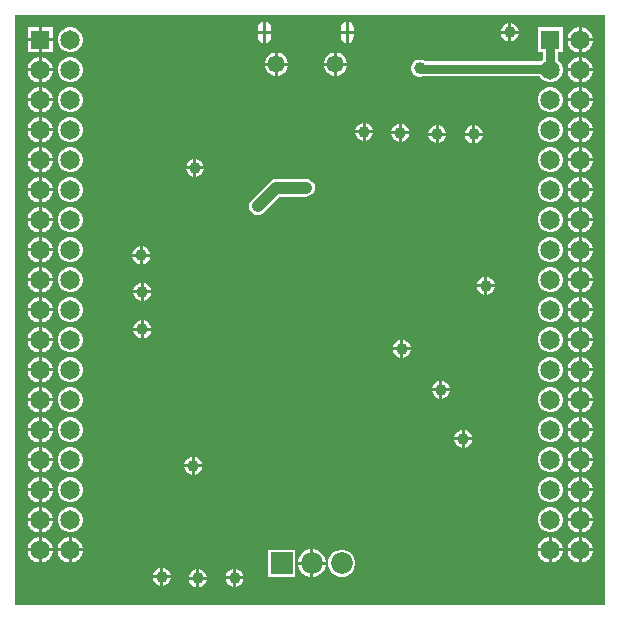
<source format=gbl>
G04*
G04 #@! TF.GenerationSoftware,Altium Limited,Altium Designer,23.2.1 (34)*
G04*
G04 Layer_Physical_Order=2*
G04 Layer_Color=16711680*
%FSLAX44Y44*%
%MOMM*%
G71*
G04*
G04 #@! TF.SameCoordinates,523C6F17-9805-44BE-8DD6-06E41B6C0E98*
G04*
G04*
G04 #@! TF.FilePolarity,Positive*
G04*
G01*
G75*
%ADD49C,1.8400*%
%ADD50R,1.8400X1.8400*%
%ADD53C,0.7620*%
%ADD56C,1.0160*%
%ADD58C,1.4500*%
%ADD59C,1.6500*%
%ADD60R,1.6500X1.6500*%
%ADD61C,1.0000*%
G36*
X500000Y0D02*
X0D01*
Y500000D01*
X500000D01*
Y0D01*
D02*
G37*
%LPC*%
G36*
X212810Y494036D02*
Y486410D01*
X217188D01*
Y488640D01*
X216758Y490802D01*
X215534Y492634D01*
X213702Y493858D01*
X212810Y494036D01*
D02*
G37*
G36*
X210270D02*
X209378Y493858D01*
X207546Y492634D01*
X206321Y490802D01*
X205891Y488640D01*
Y486410D01*
X210270D01*
Y494036D01*
D02*
G37*
G36*
X420370Y492606D02*
Y486410D01*
X426566D01*
X426126Y488050D01*
X425134Y489770D01*
X423730Y491174D01*
X422010Y492166D01*
X420370Y492606D01*
D02*
G37*
G36*
X417830D02*
X416190Y492166D01*
X414470Y491174D01*
X413066Y489770D01*
X412074Y488050D01*
X411634Y486410D01*
X417830D01*
Y492606D01*
D02*
G37*
G36*
X282810Y494036D02*
Y486410D01*
X287188D01*
Y488640D01*
X286759Y490802D01*
X285534Y492634D01*
X283702Y493858D01*
X282810Y494036D01*
D02*
G37*
G36*
X280270D02*
X279378Y493858D01*
X277546Y492634D01*
X276321Y490802D01*
X275891Y488640D01*
Y486410D01*
X280270D01*
Y494036D01*
D02*
G37*
G36*
X480210Y489580D02*
X480060D01*
Y480060D01*
X489580D01*
Y480210D01*
X488845Y482955D01*
X487424Y485415D01*
X485415Y487424D01*
X482955Y488845D01*
X480210Y489580D01*
D02*
G37*
G36*
X32380D02*
X22860D01*
Y480060D01*
X32380D01*
Y489580D01*
D02*
G37*
G36*
X477520D02*
X477369D01*
X474625Y488845D01*
X472165Y487424D01*
X470156Y485415D01*
X468735Y482955D01*
X468000Y480210D01*
Y480060D01*
X477520D01*
Y489580D01*
D02*
G37*
G36*
X20320D02*
X10800D01*
Y480060D01*
X20320D01*
Y489580D01*
D02*
G37*
G36*
X426566Y483870D02*
X420370D01*
Y477674D01*
X422010Y478114D01*
X423730Y479106D01*
X425134Y480510D01*
X426126Y482230D01*
X426566Y483870D01*
D02*
G37*
G36*
X417830D02*
X411634D01*
X412074Y482230D01*
X413066Y480510D01*
X414470Y479106D01*
X416190Y478114D01*
X417830Y477674D01*
Y483870D01*
D02*
G37*
G36*
X217188Y483870D02*
X212810D01*
Y476244D01*
X213702Y476421D01*
X215534Y477646D01*
X216758Y479478D01*
X217188Y481640D01*
Y483870D01*
D02*
G37*
G36*
X280270Y483870D02*
X275891D01*
Y481640D01*
X276321Y479478D01*
X277546Y477646D01*
X279378Y476421D01*
X280270Y476244D01*
Y483870D01*
D02*
G37*
G36*
X287188D02*
X282810D01*
Y476244D01*
X283702Y476421D01*
X285534Y477646D01*
X286759Y479478D01*
X287188Y481640D01*
Y483870D01*
D02*
G37*
G36*
X210270Y483870D02*
X205891D01*
Y481640D01*
X206321Y479478D01*
X207546Y477646D01*
X209378Y476421D01*
X210270Y476244D01*
Y483870D01*
D02*
G37*
G36*
X48377Y489326D02*
X45603D01*
X42923Y488608D01*
X40521Y487221D01*
X38559Y485259D01*
X37172Y482857D01*
X36454Y480177D01*
Y477403D01*
X37172Y474723D01*
X38559Y472321D01*
X40521Y470359D01*
X42923Y468972D01*
X45603Y468254D01*
X48377D01*
X51057Y468972D01*
X53459Y470359D01*
X55421Y472321D01*
X56808Y474723D01*
X57526Y477403D01*
Y480177D01*
X56808Y482857D01*
X55421Y485259D01*
X53459Y487221D01*
X51057Y488608D01*
X48377Y489326D01*
D02*
G37*
G36*
X489580Y477520D02*
X480060D01*
Y468000D01*
X480210D01*
X482955Y468735D01*
X485415Y470156D01*
X487424Y472165D01*
X488845Y474625D01*
X489580Y477369D01*
Y477520D01*
D02*
G37*
G36*
X477520D02*
X468000D01*
Y477369D01*
X468735Y474625D01*
X470156Y472165D01*
X472165Y470156D01*
X474625Y468735D01*
X477369Y468000D01*
X477520D01*
Y477520D01*
D02*
G37*
G36*
X32380D02*
X22860D01*
Y468000D01*
X32380D01*
Y477520D01*
D02*
G37*
G36*
X20320D02*
X10800D01*
Y468000D01*
X20320D01*
Y477520D01*
D02*
G37*
G36*
X463926Y489326D02*
X442854D01*
Y468254D01*
X447175D01*
Y461967D01*
X446921Y461821D01*
X445520Y460420D01*
X347444D01*
X347374Y460490D01*
X345712Y461449D01*
X343859Y461946D01*
X341941D01*
X340088Y461449D01*
X338426Y460490D01*
X337070Y459134D01*
X336111Y457472D01*
X335614Y455619D01*
Y453701D01*
X336111Y451848D01*
X337070Y450186D01*
X338426Y448830D01*
X340088Y447871D01*
X341941Y447374D01*
X343859D01*
X345712Y447871D01*
X345918Y447989D01*
X444342D01*
X444959Y446921D01*
X446921Y444959D01*
X449323Y443572D01*
X452003Y442854D01*
X454777D01*
X457457Y443572D01*
X459859Y444959D01*
X461821Y446921D01*
X463208Y449323D01*
X463926Y452003D01*
Y454777D01*
X463208Y457457D01*
X461821Y459859D01*
X459859Y461821D01*
X459605Y461967D01*
Y468254D01*
X463926D01*
Y489326D01*
D02*
G37*
G36*
X272829Y467930D02*
X272810D01*
Y459410D01*
X281330D01*
Y459429D01*
X280663Y461919D01*
X279374Y464151D01*
X277551Y465974D01*
X275319Y467263D01*
X272829Y467930D01*
D02*
G37*
G36*
X270270D02*
X270251D01*
X267761Y467263D01*
X265529Y465974D01*
X263706Y464151D01*
X262417Y461919D01*
X261750Y459429D01*
Y459410D01*
X270270D01*
Y467930D01*
D02*
G37*
G36*
X222829D02*
X222810D01*
Y459410D01*
X231330D01*
Y459429D01*
X230663Y461919D01*
X229374Y464151D01*
X227551Y465974D01*
X225319Y467263D01*
X222829Y467930D01*
D02*
G37*
G36*
X220270D02*
X220251D01*
X217761Y467263D01*
X215529Y465974D01*
X213706Y464151D01*
X212417Y461919D01*
X211750Y459429D01*
Y459410D01*
X220270D01*
Y467930D01*
D02*
G37*
G36*
X480210Y464180D02*
X480060D01*
Y454660D01*
X489580D01*
Y454810D01*
X488845Y457555D01*
X487424Y460015D01*
X485415Y462024D01*
X482955Y463445D01*
X480210Y464180D01*
D02*
G37*
G36*
X23010D02*
X22860D01*
Y454660D01*
X32380D01*
Y454810D01*
X31645Y457555D01*
X30224Y460015D01*
X28215Y462024D01*
X25755Y463445D01*
X23010Y464180D01*
D02*
G37*
G36*
X20320D02*
X20169D01*
X17425Y463445D01*
X14965Y462024D01*
X12956Y460015D01*
X11535Y457555D01*
X10800Y454810D01*
Y454660D01*
X20320D01*
Y464180D01*
D02*
G37*
G36*
X477520D02*
X477369D01*
X474625Y463445D01*
X472165Y462024D01*
X470156Y460015D01*
X468735Y457555D01*
X468000Y454810D01*
Y454660D01*
X477520D01*
Y464180D01*
D02*
G37*
G36*
X478790Y453390D02*
D01*
D01*
D01*
D02*
G37*
G36*
X281330Y456870D02*
X272810D01*
Y448350D01*
X272829D01*
X275319Y449017D01*
X277551Y450306D01*
X279374Y452129D01*
X280663Y454361D01*
X281330Y456851D01*
Y456870D01*
D02*
G37*
G36*
X270270D02*
X261750D01*
Y456851D01*
X262417Y454361D01*
X263706Y452129D01*
X265529Y450306D01*
X267761Y449017D01*
X270251Y448350D01*
X270270D01*
Y456870D01*
D02*
G37*
G36*
X231330D02*
X222810D01*
Y448350D01*
X222829D01*
X225319Y449017D01*
X227551Y450306D01*
X229374Y452129D01*
X230663Y454361D01*
X231330Y456851D01*
Y456870D01*
D02*
G37*
G36*
X220270D02*
X211750D01*
Y456851D01*
X212417Y454361D01*
X213706Y452129D01*
X215529Y450306D01*
X217761Y449017D01*
X220251Y448350D01*
X220270D01*
Y456870D01*
D02*
G37*
G36*
X48377Y463926D02*
X45603D01*
X42923Y463208D01*
X40521Y461821D01*
X38559Y459859D01*
X37172Y457457D01*
X36454Y454777D01*
Y452003D01*
X37172Y449323D01*
X38559Y446921D01*
X40521Y444959D01*
X42923Y443572D01*
X45603Y442854D01*
X48377D01*
X51057Y443572D01*
X53459Y444959D01*
X55421Y446921D01*
X56808Y449323D01*
X57526Y452003D01*
Y454777D01*
X56808Y457457D01*
X55421Y459859D01*
X53459Y461821D01*
X51057Y463208D01*
X48377Y463926D01*
D02*
G37*
G36*
X489580Y452120D02*
X480060D01*
Y442600D01*
X480210D01*
X482955Y443335D01*
X485415Y444756D01*
X487424Y446765D01*
X488845Y449225D01*
X489580Y451969D01*
Y452120D01*
D02*
G37*
G36*
X477520D02*
X468000D01*
Y451969D01*
X468735Y449225D01*
X470156Y446765D01*
X472165Y444756D01*
X474625Y443335D01*
X477369Y442600D01*
X477520D01*
Y452120D01*
D02*
G37*
G36*
X32380D02*
X22860D01*
Y442600D01*
X23010D01*
X25755Y443335D01*
X28215Y444756D01*
X30224Y446765D01*
X31645Y449225D01*
X32380Y451969D01*
Y452120D01*
D02*
G37*
G36*
X20320D02*
X10800D01*
Y451969D01*
X11535Y449225D01*
X12956Y446765D01*
X14965Y444756D01*
X17425Y443335D01*
X20169Y442600D01*
X20320D01*
Y452120D01*
D02*
G37*
G36*
X480210Y438780D02*
X480060D01*
Y429260D01*
X489580D01*
Y429411D01*
X488845Y432155D01*
X487424Y434615D01*
X485415Y436624D01*
X482955Y438045D01*
X480210Y438780D01*
D02*
G37*
G36*
X23010D02*
X22860D01*
Y429260D01*
X32380D01*
Y429411D01*
X31645Y432155D01*
X30224Y434615D01*
X28215Y436624D01*
X25755Y438045D01*
X23010Y438780D01*
D02*
G37*
G36*
X477520D02*
X477369D01*
X474625Y438045D01*
X472165Y436624D01*
X470156Y434615D01*
X468735Y432155D01*
X468000Y429411D01*
Y429260D01*
X477520D01*
Y438780D01*
D02*
G37*
G36*
X20320D02*
X20169D01*
X17425Y438045D01*
X14965Y436624D01*
X12956Y434615D01*
X11535Y432155D01*
X10800Y429411D01*
Y429260D01*
X20320D01*
Y438780D01*
D02*
G37*
G36*
X454777Y438526D02*
X452003D01*
X449323Y437808D01*
X446921Y436421D01*
X444959Y434459D01*
X443572Y432057D01*
X442854Y429377D01*
Y426603D01*
X443572Y423923D01*
X444959Y421521D01*
X446921Y419559D01*
X449323Y418172D01*
X452003Y417454D01*
X454777D01*
X457457Y418172D01*
X459859Y419559D01*
X461821Y421521D01*
X463208Y423923D01*
X463926Y426603D01*
Y429377D01*
X463208Y432057D01*
X461821Y434459D01*
X459859Y436421D01*
X457457Y437808D01*
X454777Y438526D01*
D02*
G37*
G36*
X48377D02*
X45603D01*
X42923Y437808D01*
X40521Y436421D01*
X38559Y434459D01*
X37172Y432057D01*
X36454Y429377D01*
Y426603D01*
X37172Y423923D01*
X38559Y421521D01*
X40521Y419559D01*
X42923Y418172D01*
X45603Y417454D01*
X48377D01*
X51057Y418172D01*
X53459Y419559D01*
X55421Y421521D01*
X56808Y423923D01*
X57526Y426603D01*
Y429377D01*
X56808Y432057D01*
X55421Y434459D01*
X53459Y436421D01*
X51057Y437808D01*
X48377Y438526D01*
D02*
G37*
G36*
X489580Y426720D02*
X480060D01*
Y417200D01*
X480210D01*
X482955Y417935D01*
X485415Y419356D01*
X487424Y421365D01*
X488845Y423825D01*
X489580Y426570D01*
Y426720D01*
D02*
G37*
G36*
X477520D02*
X468000D01*
Y426570D01*
X468735Y423825D01*
X470156Y421365D01*
X472165Y419356D01*
X474625Y417935D01*
X477369Y417200D01*
X477520D01*
Y426720D01*
D02*
G37*
G36*
X32380D02*
X22860D01*
Y417200D01*
X23010D01*
X25755Y417935D01*
X28215Y419356D01*
X30224Y421365D01*
X31645Y423825D01*
X32380Y426570D01*
Y426720D01*
D02*
G37*
G36*
X20320D02*
X10800D01*
Y426570D01*
X11535Y423825D01*
X12956Y421365D01*
X14965Y419356D01*
X17425Y417935D01*
X20169Y417200D01*
X20320D01*
Y426720D01*
D02*
G37*
G36*
X480210Y413380D02*
X480060D01*
Y403860D01*
X489580D01*
Y404011D01*
X488845Y406755D01*
X487424Y409215D01*
X485415Y411224D01*
X482955Y412645D01*
X480210Y413380D01*
D02*
G37*
G36*
X23010D02*
X22860D01*
Y403860D01*
X32380D01*
Y404011D01*
X31645Y406755D01*
X30224Y409215D01*
X28215Y411224D01*
X25755Y412645D01*
X23010Y413380D01*
D02*
G37*
G36*
X477520D02*
X477369D01*
X474625Y412645D01*
X472165Y411224D01*
X470156Y409215D01*
X468735Y406755D01*
X468000Y404011D01*
Y403860D01*
X477520D01*
Y413380D01*
D02*
G37*
G36*
X20320D02*
X20169D01*
X17425Y412645D01*
X14965Y411224D01*
X12956Y409215D01*
X11535Y406755D01*
X10800Y404011D01*
Y403860D01*
X20320D01*
Y413380D01*
D02*
G37*
G36*
X297067Y408193D02*
Y401997D01*
X303262D01*
X302823Y403637D01*
X301830Y405357D01*
X300426Y406761D01*
X298707Y407753D01*
X297067Y408193D01*
D02*
G37*
G36*
X294527D02*
X292886Y407753D01*
X291167Y406761D01*
X289763Y405357D01*
X288771Y403637D01*
X288331Y401997D01*
X294527D01*
Y408193D01*
D02*
G37*
G36*
X327660Y407516D02*
Y401320D01*
X333856D01*
X333416Y402960D01*
X332424Y404680D01*
X331020Y406083D01*
X329300Y407076D01*
X327660Y407516D01*
D02*
G37*
G36*
X325120D02*
X323480Y407076D01*
X321760Y406083D01*
X320356Y404680D01*
X319364Y402960D01*
X318924Y401320D01*
X325120D01*
Y407516D01*
D02*
G37*
G36*
X358835Y406311D02*
Y400115D01*
X365031D01*
X364591Y401755D01*
X363599Y403475D01*
X362195Y404878D01*
X360476Y405871D01*
X358835Y406311D01*
D02*
G37*
G36*
X356295D02*
X354655Y405871D01*
X352935Y404878D01*
X351532Y403475D01*
X350539Y401755D01*
X350099Y400115D01*
X356295D01*
Y406311D01*
D02*
G37*
G36*
X389890Y406246D02*
Y400050D01*
X396086D01*
X395646Y401690D01*
X394654Y403410D01*
X393250Y404813D01*
X391530Y405806D01*
X389890Y406246D01*
D02*
G37*
G36*
X387350D02*
X385710Y405806D01*
X383990Y404813D01*
X382587Y403410D01*
X381594Y401690D01*
X381154Y400050D01*
X387350D01*
Y406246D01*
D02*
G37*
G36*
X303262Y399457D02*
X297067D01*
Y393261D01*
X298707Y393701D01*
X300426Y394693D01*
X301830Y396097D01*
X302823Y397817D01*
X303262Y399457D01*
D02*
G37*
G36*
X294527D02*
X288331D01*
X288771Y397817D01*
X289763Y396097D01*
X291167Y394693D01*
X292886Y393701D01*
X294527Y393261D01*
Y399457D01*
D02*
G37*
G36*
X333856Y398780D02*
X327660D01*
Y392584D01*
X329300Y393024D01*
X331020Y394016D01*
X332424Y395420D01*
X333416Y397140D01*
X333856Y398780D01*
D02*
G37*
G36*
X325120D02*
X318924D01*
X319364Y397140D01*
X320356Y395420D01*
X321760Y394016D01*
X323480Y393024D01*
X325120Y392584D01*
Y398780D01*
D02*
G37*
G36*
X454777Y413126D02*
X452003D01*
X449323Y412408D01*
X446921Y411021D01*
X444959Y409059D01*
X443572Y406657D01*
X442854Y403977D01*
Y401203D01*
X443572Y398523D01*
X444959Y396121D01*
X446921Y394159D01*
X449323Y392772D01*
X452003Y392054D01*
X454777D01*
X457457Y392772D01*
X459859Y394159D01*
X461821Y396121D01*
X463208Y398523D01*
X463926Y401203D01*
Y403977D01*
X463208Y406657D01*
X461821Y409059D01*
X459859Y411021D01*
X457457Y412408D01*
X454777Y413126D01*
D02*
G37*
G36*
X48377D02*
X45603D01*
X42923Y412408D01*
X40521Y411021D01*
X38559Y409059D01*
X37172Y406657D01*
X36454Y403977D01*
Y401203D01*
X37172Y398523D01*
X38559Y396121D01*
X40521Y394159D01*
X42923Y392772D01*
X45603Y392054D01*
X48377D01*
X51057Y392772D01*
X53459Y394159D01*
X55421Y396121D01*
X56808Y398523D01*
X57526Y401203D01*
Y403977D01*
X56808Y406657D01*
X55421Y409059D01*
X53459Y411021D01*
X51057Y412408D01*
X48377Y413126D01*
D02*
G37*
G36*
X489580Y401320D02*
X480060D01*
Y391800D01*
X480210D01*
X482955Y392535D01*
X485415Y393956D01*
X487424Y395965D01*
X488845Y398425D01*
X489580Y401170D01*
Y401320D01*
D02*
G37*
G36*
X477520D02*
X468000D01*
Y401170D01*
X468735Y398425D01*
X470156Y395965D01*
X472165Y393956D01*
X474625Y392535D01*
X477369Y391800D01*
X477520D01*
Y401320D01*
D02*
G37*
G36*
X32380D02*
X22860D01*
Y391800D01*
X23010D01*
X25755Y392535D01*
X28215Y393956D01*
X30224Y395965D01*
X31645Y398425D01*
X32380Y401170D01*
Y401320D01*
D02*
G37*
G36*
X20320D02*
X10800D01*
Y401170D01*
X11535Y398425D01*
X12956Y395965D01*
X14965Y393956D01*
X17425Y392535D01*
X20169Y391800D01*
X20320D01*
Y401320D01*
D02*
G37*
G36*
X365031Y397575D02*
X358835D01*
Y391379D01*
X360476Y391819D01*
X362195Y392811D01*
X363599Y394215D01*
X364591Y395935D01*
X365031Y397575D01*
D02*
G37*
G36*
X356295D02*
X350099D01*
X350539Y395935D01*
X351532Y394215D01*
X352935Y392811D01*
X354655Y391819D01*
X356295Y391379D01*
Y397575D01*
D02*
G37*
G36*
X396086Y397510D02*
X389890D01*
Y391314D01*
X391530Y391754D01*
X393250Y392747D01*
X394654Y394150D01*
X395646Y395870D01*
X396086Y397510D01*
D02*
G37*
G36*
X387350D02*
X381154D01*
X381594Y395870D01*
X382587Y394150D01*
X383990Y392747D01*
X385710Y391754D01*
X387350Y391314D01*
Y397510D01*
D02*
G37*
G36*
X23010Y387980D02*
X22860D01*
Y378460D01*
X32380D01*
Y378610D01*
X31645Y381355D01*
X30224Y383815D01*
X28215Y385824D01*
X25755Y387245D01*
X23010Y387980D01*
D02*
G37*
G36*
X480210D02*
X480060D01*
Y378460D01*
X489580D01*
Y378610D01*
X488845Y381355D01*
X487424Y383815D01*
X485415Y385824D01*
X482955Y387245D01*
X480210Y387980D01*
D02*
G37*
G36*
X477520D02*
X477369D01*
X474625Y387245D01*
X472165Y385824D01*
X470156Y383815D01*
X468735Y381355D01*
X468000Y378610D01*
Y378460D01*
X477520D01*
Y387980D01*
D02*
G37*
G36*
X20320D02*
X20169D01*
X17425Y387245D01*
X14965Y385824D01*
X12956Y383815D01*
X11535Y381355D01*
X10800Y378610D01*
Y378460D01*
X20320D01*
Y387980D01*
D02*
G37*
G36*
X153786Y377688D02*
Y371493D01*
X159982D01*
X159543Y373133D01*
X158550Y374852D01*
X157146Y376256D01*
X155427Y377249D01*
X153786Y377688D01*
D02*
G37*
G36*
X151246D02*
X149606Y377249D01*
X147887Y376256D01*
X146483Y374852D01*
X145490Y373133D01*
X145051Y371493D01*
X151246D01*
Y377688D01*
D02*
G37*
G36*
X454777Y387726D02*
X452003D01*
X449323Y387008D01*
X446921Y385621D01*
X444959Y383659D01*
X443572Y381257D01*
X442854Y378577D01*
Y375803D01*
X443572Y373123D01*
X444959Y370721D01*
X446921Y368759D01*
X449323Y367372D01*
X452003Y366654D01*
X454777D01*
X457457Y367372D01*
X459859Y368759D01*
X461821Y370721D01*
X463208Y373123D01*
X463926Y375803D01*
Y378577D01*
X463208Y381257D01*
X461821Y383659D01*
X459859Y385621D01*
X457457Y387008D01*
X454777Y387726D01*
D02*
G37*
G36*
X48377D02*
X45603D01*
X42923Y387008D01*
X40521Y385621D01*
X38559Y383659D01*
X37172Y381257D01*
X36454Y378577D01*
Y375803D01*
X37172Y373123D01*
X38559Y370721D01*
X40521Y368759D01*
X42923Y367372D01*
X45603Y366654D01*
X48377D01*
X51057Y367372D01*
X53459Y368759D01*
X55421Y370721D01*
X56808Y373123D01*
X57526Y375803D01*
Y378577D01*
X56808Y381257D01*
X55421Y383659D01*
X53459Y385621D01*
X51057Y387008D01*
X48377Y387726D01*
D02*
G37*
G36*
X489580Y375920D02*
X480060D01*
Y366400D01*
X480210D01*
X482955Y367135D01*
X485415Y368556D01*
X487424Y370565D01*
X488845Y373025D01*
X489580Y375770D01*
Y375920D01*
D02*
G37*
G36*
X477520D02*
X468000D01*
Y375770D01*
X468735Y373025D01*
X470156Y370565D01*
X472165Y368556D01*
X474625Y367135D01*
X477369Y366400D01*
X477520D01*
Y375920D01*
D02*
G37*
G36*
X32380D02*
X22860D01*
Y366400D01*
X23010D01*
X25755Y367135D01*
X28215Y368556D01*
X30224Y370565D01*
X31645Y373025D01*
X32380Y375770D01*
Y375920D01*
D02*
G37*
G36*
X20320D02*
X10800D01*
Y375770D01*
X11535Y373025D01*
X12956Y370565D01*
X14965Y368556D01*
X17425Y367135D01*
X20169Y366400D01*
X20320D01*
Y375920D01*
D02*
G37*
G36*
X159982Y368953D02*
X153786D01*
Y362757D01*
X155427Y363196D01*
X157146Y364189D01*
X158550Y365593D01*
X159543Y367312D01*
X159982Y368953D01*
D02*
G37*
G36*
X151246D02*
X145051D01*
X145490Y367312D01*
X146483Y365593D01*
X147887Y364189D01*
X149606Y363196D01*
X151246Y362757D01*
Y368953D01*
D02*
G37*
G36*
X480210Y362580D02*
X480060D01*
Y353060D01*
X489580D01*
Y353210D01*
X488845Y355955D01*
X487424Y358415D01*
X485415Y360424D01*
X482955Y361845D01*
X480210Y362580D01*
D02*
G37*
G36*
X23010D02*
X22860D01*
Y353060D01*
X32380D01*
Y353210D01*
X31645Y355955D01*
X30224Y358415D01*
X28215Y360424D01*
X25755Y361845D01*
X23010Y362580D01*
D02*
G37*
G36*
X477520D02*
X477369D01*
X474625Y361845D01*
X472165Y360424D01*
X470156Y358415D01*
X468735Y355955D01*
X468000Y353210D01*
Y353060D01*
X477520D01*
Y362580D01*
D02*
G37*
G36*
X20320D02*
X20169D01*
X17425Y361845D01*
X14965Y360424D01*
X12956Y358415D01*
X11535Y355955D01*
X10800Y353210D01*
Y353060D01*
X20320D01*
Y362580D01*
D02*
G37*
G36*
X454777Y362326D02*
X452003D01*
X449323Y361608D01*
X446921Y360221D01*
X444959Y358259D01*
X443572Y355857D01*
X442854Y353177D01*
Y350403D01*
X443572Y347723D01*
X444959Y345321D01*
X446921Y343359D01*
X449323Y341972D01*
X452003Y341254D01*
X454777D01*
X457457Y341972D01*
X459859Y343359D01*
X461821Y345321D01*
X463208Y347723D01*
X463926Y350403D01*
Y353177D01*
X463208Y355857D01*
X461821Y358259D01*
X459859Y360221D01*
X457457Y361608D01*
X454777Y362326D01*
D02*
G37*
G36*
X48377D02*
X45603D01*
X42923Y361608D01*
X40521Y360221D01*
X38559Y358259D01*
X37172Y355857D01*
X36454Y353177D01*
Y350403D01*
X37172Y347723D01*
X38559Y345321D01*
X40521Y343359D01*
X42923Y341972D01*
X45603Y341254D01*
X48377D01*
X51057Y341972D01*
X53459Y343359D01*
X55421Y345321D01*
X56808Y347723D01*
X57526Y350403D01*
Y353177D01*
X56808Y355857D01*
X55421Y358259D01*
X53459Y360221D01*
X51057Y361608D01*
X48377Y362326D01*
D02*
G37*
G36*
X489580Y350520D02*
X480060D01*
Y341000D01*
X480210D01*
X482955Y341735D01*
X485415Y343156D01*
X487424Y345165D01*
X488845Y347625D01*
X489580Y350369D01*
Y350520D01*
D02*
G37*
G36*
X477520D02*
X468000D01*
Y350369D01*
X468735Y347625D01*
X470156Y345165D01*
X472165Y343156D01*
X474625Y341735D01*
X477369Y341000D01*
X477520D01*
Y350520D01*
D02*
G37*
G36*
X32380D02*
X22860D01*
Y341000D01*
X23010D01*
X25755Y341735D01*
X28215Y343156D01*
X30224Y345165D01*
X31645Y347625D01*
X32380Y350369D01*
Y350520D01*
D02*
G37*
G36*
X20320D02*
X10800D01*
Y350369D01*
X11535Y347625D01*
X12956Y345165D01*
X14965Y343156D01*
X17425Y341735D01*
X20169Y341000D01*
X20320D01*
Y350520D01*
D02*
G37*
G36*
X246604Y360898D02*
X221388D01*
X219465Y360645D01*
X217673Y359902D01*
X216135Y358722D01*
X200487Y343074D01*
X199306Y341535D01*
X198564Y339743D01*
X198310Y337820D01*
X198564Y335897D01*
X199306Y334105D01*
X200487Y332566D01*
X202025Y331386D01*
X203817Y330644D01*
X205740Y330390D01*
X207663Y330644D01*
X209455Y331386D01*
X210993Y332566D01*
X224466Y346039D01*
X246604D01*
X248527Y346292D01*
X250319Y347034D01*
X251857Y348215D01*
X253038Y349753D01*
X253780Y351545D01*
X254033Y353468D01*
X253780Y355391D01*
X253038Y357183D01*
X251857Y358722D01*
X250319Y359902D01*
X248527Y360645D01*
X246604Y360898D01*
D02*
G37*
G36*
X480210Y337180D02*
X480060D01*
Y327660D01*
X489580D01*
Y327811D01*
X488845Y330555D01*
X487424Y333015D01*
X485415Y335024D01*
X482955Y336445D01*
X480210Y337180D01*
D02*
G37*
G36*
X23010D02*
X22860D01*
Y327660D01*
X32380D01*
Y327811D01*
X31645Y330555D01*
X30224Y333015D01*
X28215Y335024D01*
X25755Y336445D01*
X23010Y337180D01*
D02*
G37*
G36*
X20320D02*
X20169D01*
X17425Y336445D01*
X14965Y335024D01*
X12956Y333015D01*
X11535Y330555D01*
X10800Y327811D01*
Y327660D01*
X20320D01*
Y337180D01*
D02*
G37*
G36*
X477520D02*
X477369D01*
X474625Y336445D01*
X472165Y335024D01*
X470156Y333015D01*
X468735Y330555D01*
X468000Y327811D01*
Y327660D01*
X477520D01*
Y337180D01*
D02*
G37*
G36*
X478790Y326390D02*
D01*
D01*
D01*
D02*
G37*
G36*
X454777Y336926D02*
X452003D01*
X449323Y336208D01*
X446921Y334821D01*
X444959Y332859D01*
X443572Y330457D01*
X442854Y327777D01*
Y325003D01*
X443572Y322323D01*
X444959Y319921D01*
X446921Y317959D01*
X449323Y316572D01*
X452003Y315854D01*
X454777D01*
X457457Y316572D01*
X459859Y317959D01*
X461821Y319921D01*
X463208Y322323D01*
X463926Y325003D01*
Y327777D01*
X463208Y330457D01*
X461821Y332859D01*
X459859Y334821D01*
X457457Y336208D01*
X454777Y336926D01*
D02*
G37*
G36*
X48377D02*
X45603D01*
X42923Y336208D01*
X40521Y334821D01*
X38559Y332859D01*
X37172Y330457D01*
X36454Y327777D01*
Y325003D01*
X37172Y322323D01*
X38559Y319921D01*
X40521Y317959D01*
X42923Y316572D01*
X45603Y315854D01*
X48377D01*
X51057Y316572D01*
X53459Y317959D01*
X55421Y319921D01*
X56808Y322323D01*
X57526Y325003D01*
Y327777D01*
X56808Y330457D01*
X55421Y332859D01*
X53459Y334821D01*
X51057Y336208D01*
X48377Y336926D01*
D02*
G37*
G36*
X489580Y325120D02*
X480060D01*
Y315600D01*
X480210D01*
X482955Y316335D01*
X485415Y317756D01*
X487424Y319765D01*
X488845Y322225D01*
X489580Y324969D01*
Y325120D01*
D02*
G37*
G36*
X477520D02*
X468000D01*
Y324969D01*
X468735Y322225D01*
X470156Y319765D01*
X472165Y317756D01*
X474625Y316335D01*
X477369Y315600D01*
X477520D01*
Y325120D01*
D02*
G37*
G36*
X32380D02*
X22860D01*
Y315600D01*
X23010D01*
X25755Y316335D01*
X28215Y317756D01*
X30224Y319765D01*
X31645Y322225D01*
X32380Y324969D01*
Y325120D01*
D02*
G37*
G36*
X20320D02*
X10800D01*
Y324969D01*
X11535Y322225D01*
X12956Y319765D01*
X14965Y317756D01*
X17425Y316335D01*
X20169Y315600D01*
X20320D01*
Y325120D01*
D02*
G37*
G36*
X480210Y311780D02*
X480060D01*
Y302260D01*
X489580D01*
Y302411D01*
X488845Y305155D01*
X487424Y307615D01*
X485415Y309624D01*
X482955Y311045D01*
X480210Y311780D01*
D02*
G37*
G36*
X23010D02*
X22860D01*
Y302260D01*
X32380D01*
Y302411D01*
X31645Y305155D01*
X30224Y307615D01*
X28215Y309624D01*
X25755Y311045D01*
X23010Y311780D01*
D02*
G37*
G36*
X477520D02*
X477369D01*
X474625Y311045D01*
X472165Y309624D01*
X470156Y307615D01*
X468735Y305155D01*
X468000Y302411D01*
Y302260D01*
X477520D01*
Y311780D01*
D02*
G37*
G36*
X20320D02*
X20169D01*
X17425Y311045D01*
X14965Y309624D01*
X12956Y307615D01*
X11535Y305155D01*
X10800Y302411D01*
Y302260D01*
X20320D01*
Y311780D01*
D02*
G37*
G36*
X108366Y303791D02*
Y297596D01*
X114561D01*
X114122Y299236D01*
X113129Y300955D01*
X111725Y302359D01*
X110006Y303352D01*
X108366Y303791D01*
D02*
G37*
G36*
X105826D02*
X104185Y303352D01*
X102466Y302359D01*
X101062Y300955D01*
X100070Y299236D01*
X99630Y297596D01*
X105826D01*
Y303791D01*
D02*
G37*
G36*
X454777Y311526D02*
X452003D01*
X449323Y310808D01*
X446921Y309421D01*
X444959Y307459D01*
X443572Y305057D01*
X442854Y302377D01*
Y299603D01*
X443572Y296923D01*
X444959Y294521D01*
X446921Y292559D01*
X449323Y291172D01*
X452003Y290454D01*
X454777D01*
X457457Y291172D01*
X459859Y292559D01*
X461821Y294521D01*
X463208Y296923D01*
X463926Y299603D01*
Y302377D01*
X463208Y305057D01*
X461821Y307459D01*
X459859Y309421D01*
X457457Y310808D01*
X454777Y311526D01*
D02*
G37*
G36*
X48377D02*
X45603D01*
X42923Y310808D01*
X40521Y309421D01*
X38559Y307459D01*
X37172Y305057D01*
X36454Y302377D01*
Y299603D01*
X37172Y296923D01*
X38559Y294521D01*
X40521Y292559D01*
X42923Y291172D01*
X45603Y290454D01*
X48377D01*
X51057Y291172D01*
X53459Y292559D01*
X55421Y294521D01*
X56808Y296923D01*
X57526Y299603D01*
Y302377D01*
X56808Y305057D01*
X55421Y307459D01*
X53459Y309421D01*
X51057Y310808D01*
X48377Y311526D01*
D02*
G37*
G36*
X489580Y299720D02*
X480060D01*
Y290200D01*
X480210D01*
X482955Y290935D01*
X485415Y292356D01*
X487424Y294365D01*
X488845Y296825D01*
X489580Y299569D01*
Y299720D01*
D02*
G37*
G36*
X477520D02*
X468000D01*
Y299569D01*
X468735Y296825D01*
X470156Y294365D01*
X472165Y292356D01*
X474625Y290935D01*
X477369Y290200D01*
X477520D01*
Y299720D01*
D02*
G37*
G36*
X32380D02*
X22860D01*
Y290200D01*
X23010D01*
X25755Y290935D01*
X28215Y292356D01*
X30224Y294365D01*
X31645Y296825D01*
X32380Y299569D01*
Y299720D01*
D02*
G37*
G36*
X20320D02*
X10800D01*
Y299569D01*
X11535Y296825D01*
X12956Y294365D01*
X14965Y292356D01*
X17425Y290935D01*
X20169Y290200D01*
X20320D01*
Y299720D01*
D02*
G37*
G36*
X114561Y295056D02*
X108366D01*
Y288860D01*
X110006Y289300D01*
X111725Y290292D01*
X113129Y291696D01*
X114122Y293415D01*
X114561Y295056D01*
D02*
G37*
G36*
X105826D02*
X99630D01*
X100070Y293415D01*
X101062Y291696D01*
X102466Y290292D01*
X104185Y289300D01*
X105826Y288860D01*
Y295056D01*
D02*
G37*
G36*
X480210Y286380D02*
X480060D01*
Y276860D01*
X489580D01*
Y277010D01*
X488845Y279755D01*
X487424Y282215D01*
X485415Y284224D01*
X482955Y285645D01*
X480210Y286380D01*
D02*
G37*
G36*
X23010D02*
X22860D01*
Y276860D01*
X32380D01*
Y277010D01*
X31645Y279755D01*
X30224Y282215D01*
X28215Y284224D01*
X25755Y285645D01*
X23010Y286380D01*
D02*
G37*
G36*
X477520D02*
X477369D01*
X474625Y285645D01*
X472165Y284224D01*
X470156Y282215D01*
X468735Y279755D01*
X468000Y277010D01*
Y276860D01*
X477520D01*
Y286380D01*
D02*
G37*
G36*
X20320D02*
X20169D01*
X17425Y285645D01*
X14965Y284224D01*
X12956Y282215D01*
X11535Y279755D01*
X10800Y277010D01*
Y276860D01*
X20320D01*
Y286380D01*
D02*
G37*
G36*
X478790Y275590D02*
D01*
D01*
D01*
D02*
G37*
G36*
X400050Y277976D02*
Y271780D01*
X406246D01*
X405806Y273420D01*
X404813Y275140D01*
X403410Y276544D01*
X401690Y277536D01*
X400050Y277976D01*
D02*
G37*
G36*
X397510D02*
X395870Y277536D01*
X394150Y276544D01*
X392747Y275140D01*
X391754Y273420D01*
X391314Y271780D01*
X397510D01*
Y277976D01*
D02*
G37*
G36*
X109220Y272896D02*
Y266700D01*
X115416D01*
X114976Y268340D01*
X113983Y270060D01*
X112580Y271464D01*
X110860Y272456D01*
X109220Y272896D01*
D02*
G37*
G36*
X106680D02*
X105040Y272456D01*
X103320Y271464D01*
X101917Y270060D01*
X100924Y268340D01*
X100484Y266700D01*
X106680D01*
Y272896D01*
D02*
G37*
G36*
X454777Y286126D02*
X452003D01*
X449323Y285408D01*
X446921Y284021D01*
X444959Y282059D01*
X443572Y279657D01*
X442854Y276977D01*
Y274203D01*
X443572Y271523D01*
X444959Y269121D01*
X446921Y267159D01*
X449323Y265772D01*
X452003Y265054D01*
X454777D01*
X457457Y265772D01*
X459859Y267159D01*
X461821Y269121D01*
X463208Y271523D01*
X463926Y274203D01*
Y276977D01*
X463208Y279657D01*
X461821Y282059D01*
X459859Y284021D01*
X457457Y285408D01*
X454777Y286126D01*
D02*
G37*
G36*
X48377D02*
X45603D01*
X42923Y285408D01*
X40521Y284021D01*
X38559Y282059D01*
X37172Y279657D01*
X36454Y276977D01*
Y274203D01*
X37172Y271523D01*
X38559Y269121D01*
X40521Y267159D01*
X42923Y265772D01*
X45603Y265054D01*
X48377D01*
X51057Y265772D01*
X53459Y267159D01*
X55421Y269121D01*
X56808Y271523D01*
X57526Y274203D01*
Y276977D01*
X56808Y279657D01*
X55421Y282059D01*
X53459Y284021D01*
X51057Y285408D01*
X48377Y286126D01*
D02*
G37*
G36*
X489580Y274320D02*
X480060D01*
Y264800D01*
X480210D01*
X482955Y265535D01*
X485415Y266956D01*
X487424Y268965D01*
X488845Y271425D01*
X489580Y274170D01*
Y274320D01*
D02*
G37*
G36*
X477520D02*
X468000D01*
Y274170D01*
X468735Y271425D01*
X470156Y268965D01*
X472165Y266956D01*
X474625Y265535D01*
X477369Y264800D01*
X477520D01*
Y274320D01*
D02*
G37*
G36*
X32380D02*
X22860D01*
Y264800D01*
X23010D01*
X25755Y265535D01*
X28215Y266956D01*
X30224Y268965D01*
X31645Y271425D01*
X32380Y274170D01*
Y274320D01*
D02*
G37*
G36*
X20320D02*
X10800D01*
Y274170D01*
X11535Y271425D01*
X12956Y268965D01*
X14965Y266956D01*
X17425Y265535D01*
X20169Y264800D01*
X20320D01*
Y274320D01*
D02*
G37*
G36*
X406246Y269240D02*
X400050D01*
Y263044D01*
X401690Y263484D01*
X403410Y264477D01*
X404813Y265880D01*
X405806Y267600D01*
X406246Y269240D01*
D02*
G37*
G36*
X397510D02*
X391314D01*
X391754Y267600D01*
X392747Y265880D01*
X394150Y264477D01*
X395870Y263484D01*
X397510Y263044D01*
Y269240D01*
D02*
G37*
G36*
X115416Y264160D02*
X109220D01*
Y257964D01*
X110860Y258404D01*
X112580Y259396D01*
X113983Y260800D01*
X114976Y262520D01*
X115416Y264160D01*
D02*
G37*
G36*
X106680D02*
X100484D01*
X100924Y262520D01*
X101917Y260800D01*
X103320Y259396D01*
X105040Y258404D01*
X106680Y257964D01*
Y264160D01*
D02*
G37*
G36*
X480210Y260980D02*
X480060D01*
Y251460D01*
X489580D01*
Y251611D01*
X488845Y254355D01*
X487424Y256815D01*
X485415Y258824D01*
X482955Y260245D01*
X480210Y260980D01*
D02*
G37*
G36*
X23010D02*
X22860D01*
Y251460D01*
X32380D01*
Y251611D01*
X31645Y254355D01*
X30224Y256815D01*
X28215Y258824D01*
X25755Y260245D01*
X23010Y260980D01*
D02*
G37*
G36*
X20320D02*
X20169D01*
X17425Y260245D01*
X14965Y258824D01*
X12956Y256815D01*
X11535Y254355D01*
X10800Y251611D01*
Y251460D01*
X20320D01*
Y260980D01*
D02*
G37*
G36*
X477520D02*
X477369D01*
X474625Y260245D01*
X472165Y258824D01*
X470156Y256815D01*
X468735Y254355D01*
X468000Y251611D01*
Y251460D01*
X477520D01*
Y260980D01*
D02*
G37*
G36*
X454777Y260726D02*
X452003D01*
X449323Y260008D01*
X446921Y258621D01*
X444959Y256659D01*
X443572Y254257D01*
X442854Y251577D01*
Y248803D01*
X443572Y246123D01*
X444959Y243721D01*
X446921Y241759D01*
X449323Y240372D01*
X452003Y239654D01*
X454777D01*
X457457Y240372D01*
X459859Y241759D01*
X461821Y243721D01*
X463208Y246123D01*
X463926Y248803D01*
Y251577D01*
X463208Y254257D01*
X461821Y256659D01*
X459859Y258621D01*
X457457Y260008D01*
X454777Y260726D01*
D02*
G37*
G36*
X48377D02*
X45603D01*
X42923Y260008D01*
X40521Y258621D01*
X38559Y256659D01*
X37172Y254257D01*
X36454Y251577D01*
Y248803D01*
X37172Y246123D01*
X38559Y243721D01*
X40521Y241759D01*
X42923Y240372D01*
X45603Y239654D01*
X48377D01*
X51057Y240372D01*
X53459Y241759D01*
X55421Y243721D01*
X56808Y246123D01*
X57526Y248803D01*
Y251577D01*
X56808Y254257D01*
X55421Y256659D01*
X53459Y258621D01*
X51057Y260008D01*
X48377Y260726D01*
D02*
G37*
G36*
X489580Y248920D02*
X480060D01*
Y239400D01*
X480210D01*
X482955Y240135D01*
X485415Y241556D01*
X487424Y243565D01*
X488845Y246025D01*
X489580Y248769D01*
Y248920D01*
D02*
G37*
G36*
X477520D02*
X468000D01*
Y248769D01*
X468735Y246025D01*
X470156Y243565D01*
X472165Y241556D01*
X474625Y240135D01*
X477369Y239400D01*
X477520D01*
Y248920D01*
D02*
G37*
G36*
X32380D02*
X22860D01*
Y239400D01*
X23010D01*
X25755Y240135D01*
X28215Y241556D01*
X30224Y243565D01*
X31645Y246025D01*
X32380Y248769D01*
Y248920D01*
D02*
G37*
G36*
X20320D02*
X10800D01*
Y248769D01*
X11535Y246025D01*
X12956Y243565D01*
X14965Y241556D01*
X17425Y240135D01*
X20169Y239400D01*
X20320D01*
Y248920D01*
D02*
G37*
G36*
X109220Y241146D02*
Y234950D01*
X115416D01*
X114976Y236590D01*
X113983Y238310D01*
X112580Y239713D01*
X110860Y240706D01*
X109220Y241146D01*
D02*
G37*
G36*
X106680D02*
X105040Y240706D01*
X103320Y239713D01*
X101917Y238310D01*
X100924Y236590D01*
X100484Y234950D01*
X106680D01*
Y241146D01*
D02*
G37*
G36*
X115416Y232410D02*
X109220D01*
Y226214D01*
X110860Y226654D01*
X112580Y227647D01*
X113983Y229050D01*
X114976Y230770D01*
X115416Y232410D01*
D02*
G37*
G36*
X106680D02*
X100484D01*
X100924Y230770D01*
X101917Y229050D01*
X103320Y227647D01*
X105040Y226654D01*
X106680Y226214D01*
Y232410D01*
D02*
G37*
G36*
X480210Y235580D02*
X480060D01*
Y226060D01*
X489580D01*
Y226210D01*
X488845Y228955D01*
X487424Y231415D01*
X485415Y233424D01*
X482955Y234845D01*
X480210Y235580D01*
D02*
G37*
G36*
X23010D02*
X22860D01*
Y226060D01*
X32380D01*
Y226210D01*
X31645Y228955D01*
X30224Y231415D01*
X28215Y233424D01*
X25755Y234845D01*
X23010Y235580D01*
D02*
G37*
G36*
X477520D02*
X477369D01*
X474625Y234845D01*
X472165Y233424D01*
X470156Y231415D01*
X468735Y228955D01*
X468000Y226210D01*
Y226060D01*
X477520D01*
Y235580D01*
D02*
G37*
G36*
X20320D02*
X20169D01*
X17425Y234845D01*
X14965Y233424D01*
X12956Y231415D01*
X11535Y228955D01*
X10800Y226210D01*
Y226060D01*
X20320D01*
Y235580D01*
D02*
G37*
G36*
X328930Y224636D02*
Y218440D01*
X335126D01*
X334686Y220080D01*
X333694Y221800D01*
X332290Y223204D01*
X330570Y224196D01*
X328930Y224636D01*
D02*
G37*
G36*
X326390D02*
X324750Y224196D01*
X323030Y223204D01*
X321627Y221800D01*
X320634Y220080D01*
X320194Y218440D01*
X326390D01*
Y224636D01*
D02*
G37*
G36*
X454777Y235326D02*
X452003D01*
X449323Y234608D01*
X446921Y233221D01*
X444959Y231259D01*
X443572Y228857D01*
X442854Y226177D01*
Y223403D01*
X443572Y220723D01*
X444959Y218321D01*
X446921Y216359D01*
X449323Y214972D01*
X452003Y214254D01*
X454777D01*
X457457Y214972D01*
X459859Y216359D01*
X461821Y218321D01*
X463208Y220723D01*
X463926Y223403D01*
Y226177D01*
X463208Y228857D01*
X461821Y231259D01*
X459859Y233221D01*
X457457Y234608D01*
X454777Y235326D01*
D02*
G37*
G36*
X48377D02*
X45603D01*
X42923Y234608D01*
X40521Y233221D01*
X38559Y231259D01*
X37172Y228857D01*
X36454Y226177D01*
Y223403D01*
X37172Y220723D01*
X38559Y218321D01*
X40521Y216359D01*
X42923Y214972D01*
X45603Y214254D01*
X48377D01*
X51057Y214972D01*
X53459Y216359D01*
X55421Y218321D01*
X56808Y220723D01*
X57526Y223403D01*
Y226177D01*
X56808Y228857D01*
X55421Y231259D01*
X53459Y233221D01*
X51057Y234608D01*
X48377Y235326D01*
D02*
G37*
G36*
X489580Y223520D02*
X480060D01*
Y214000D01*
X480210D01*
X482955Y214735D01*
X485415Y216156D01*
X487424Y218165D01*
X488845Y220625D01*
X489580Y223370D01*
Y223520D01*
D02*
G37*
G36*
X477520D02*
X468000D01*
Y223370D01*
X468735Y220625D01*
X470156Y218165D01*
X472165Y216156D01*
X474625Y214735D01*
X477369Y214000D01*
X477520D01*
Y223520D01*
D02*
G37*
G36*
X32380D02*
X22860D01*
Y214000D01*
X23010D01*
X25755Y214735D01*
X28215Y216156D01*
X30224Y218165D01*
X31645Y220625D01*
X32380Y223370D01*
Y223520D01*
D02*
G37*
G36*
X20320D02*
X10800D01*
Y223370D01*
X11535Y220625D01*
X12956Y218165D01*
X14965Y216156D01*
X17425Y214735D01*
X20169Y214000D01*
X20320D01*
Y223520D01*
D02*
G37*
G36*
X335126Y215900D02*
X328930D01*
Y209704D01*
X330570Y210144D01*
X332290Y211136D01*
X333694Y212540D01*
X334686Y214260D01*
X335126Y215900D01*
D02*
G37*
G36*
X326390D02*
X320194D01*
X320634Y214260D01*
X321627Y212540D01*
X323030Y211136D01*
X324750Y210144D01*
X326390Y209704D01*
Y215900D01*
D02*
G37*
G36*
X480210Y210180D02*
X480060D01*
Y200660D01*
X489580D01*
Y200811D01*
X488845Y203555D01*
X487424Y206015D01*
X485415Y208024D01*
X482955Y209445D01*
X480210Y210180D01*
D02*
G37*
G36*
X23010D02*
X22860D01*
Y200660D01*
X32380D01*
Y200811D01*
X31645Y203555D01*
X30224Y206015D01*
X28215Y208024D01*
X25755Y209445D01*
X23010Y210180D01*
D02*
G37*
G36*
X477520D02*
X477369D01*
X474625Y209445D01*
X472165Y208024D01*
X470156Y206015D01*
X468735Y203555D01*
X468000Y200811D01*
Y200660D01*
X477520D01*
Y210180D01*
D02*
G37*
G36*
X20320D02*
X20169D01*
X17425Y209445D01*
X14965Y208024D01*
X12956Y206015D01*
X11535Y203555D01*
X10800Y200811D01*
Y200660D01*
X20320D01*
Y210180D01*
D02*
G37*
G36*
X454777Y209926D02*
X452003D01*
X449323Y209208D01*
X446921Y207821D01*
X444959Y205859D01*
X443572Y203457D01*
X442854Y200777D01*
Y198003D01*
X443572Y195323D01*
X444959Y192921D01*
X446921Y190959D01*
X449323Y189572D01*
X452003Y188854D01*
X454777D01*
X457457Y189572D01*
X459859Y190959D01*
X461821Y192921D01*
X463208Y195323D01*
X463926Y198003D01*
Y200777D01*
X463208Y203457D01*
X461821Y205859D01*
X459859Y207821D01*
X457457Y209208D01*
X454777Y209926D01*
D02*
G37*
G36*
X48377D02*
X45603D01*
X42923Y209208D01*
X40521Y207821D01*
X38559Y205859D01*
X37172Y203457D01*
X36454Y200777D01*
Y198003D01*
X37172Y195323D01*
X38559Y192921D01*
X40521Y190959D01*
X42923Y189572D01*
X45603Y188854D01*
X48377D01*
X51057Y189572D01*
X53459Y190959D01*
X55421Y192921D01*
X56808Y195323D01*
X57526Y198003D01*
Y200777D01*
X56808Y203457D01*
X55421Y205859D01*
X53459Y207821D01*
X51057Y209208D01*
X48377Y209926D01*
D02*
G37*
G36*
X489580Y198120D02*
X480060D01*
Y188600D01*
X480210D01*
X482955Y189335D01*
X485415Y190756D01*
X487424Y192765D01*
X488845Y195225D01*
X489580Y197969D01*
Y198120D01*
D02*
G37*
G36*
X477520D02*
X468000D01*
Y197969D01*
X468735Y195225D01*
X470156Y192765D01*
X472165Y190756D01*
X474625Y189335D01*
X477369Y188600D01*
X477520D01*
Y198120D01*
D02*
G37*
G36*
X32380D02*
X22860D01*
Y188600D01*
X23010D01*
X25755Y189335D01*
X28215Y190756D01*
X30224Y192765D01*
X31645Y195225D01*
X32380Y197969D01*
Y198120D01*
D02*
G37*
G36*
X20320D02*
X10800D01*
Y197969D01*
X11535Y195225D01*
X12956Y192765D01*
X14965Y190756D01*
X17425Y189335D01*
X20169Y188600D01*
X20320D01*
Y198120D01*
D02*
G37*
G36*
X362082Y189914D02*
Y183718D01*
X368278D01*
X367838Y185359D01*
X366846Y187078D01*
X365442Y188482D01*
X363722Y189475D01*
X362082Y189914D01*
D02*
G37*
G36*
X359542D02*
X357902Y189475D01*
X356182Y188482D01*
X354778Y187078D01*
X353786Y185359D01*
X353346Y183718D01*
X359542D01*
Y189914D01*
D02*
G37*
G36*
X480210Y184780D02*
X480060D01*
Y175260D01*
X489580D01*
Y175410D01*
X488845Y178155D01*
X487424Y180615D01*
X485415Y182624D01*
X482955Y184045D01*
X480210Y184780D01*
D02*
G37*
G36*
X23010D02*
X22860D01*
Y175260D01*
X32380D01*
Y175410D01*
X31645Y178155D01*
X30224Y180615D01*
X28215Y182624D01*
X25755Y184045D01*
X23010Y184780D01*
D02*
G37*
G36*
X477520D02*
X477369D01*
X474625Y184045D01*
X472165Y182624D01*
X470156Y180615D01*
X468735Y178155D01*
X468000Y175410D01*
Y175260D01*
X477520D01*
Y184780D01*
D02*
G37*
G36*
X20320D02*
X20169D01*
X17425Y184045D01*
X14965Y182624D01*
X12956Y180615D01*
X11535Y178155D01*
X10800Y175410D01*
Y175260D01*
X20320D01*
Y184780D01*
D02*
G37*
G36*
X368278Y181178D02*
X362082D01*
Y174983D01*
X363722Y175422D01*
X365442Y176415D01*
X366846Y177819D01*
X367838Y179538D01*
X368278Y181178D01*
D02*
G37*
G36*
X359542D02*
X353346D01*
X353786Y179538D01*
X354778Y177819D01*
X356182Y176415D01*
X357902Y175422D01*
X359542Y174983D01*
Y181178D01*
D02*
G37*
G36*
X454777Y184526D02*
X452003D01*
X449323Y183808D01*
X446921Y182421D01*
X444959Y180459D01*
X443572Y178057D01*
X442854Y175377D01*
Y172603D01*
X443572Y169923D01*
X444959Y167521D01*
X446921Y165559D01*
X449323Y164172D01*
X452003Y163454D01*
X454777D01*
X457457Y164172D01*
X459859Y165559D01*
X461821Y167521D01*
X463208Y169923D01*
X463926Y172603D01*
Y175377D01*
X463208Y178057D01*
X461821Y180459D01*
X459859Y182421D01*
X457457Y183808D01*
X454777Y184526D01*
D02*
G37*
G36*
X48377D02*
X45603D01*
X42923Y183808D01*
X40521Y182421D01*
X38559Y180459D01*
X37172Y178057D01*
X36454Y175377D01*
Y172603D01*
X37172Y169923D01*
X38559Y167521D01*
X40521Y165559D01*
X42923Y164172D01*
X45603Y163454D01*
X48377D01*
X51057Y164172D01*
X53459Y165559D01*
X55421Y167521D01*
X56808Y169923D01*
X57526Y172603D01*
Y175377D01*
X56808Y178057D01*
X55421Y180459D01*
X53459Y182421D01*
X51057Y183808D01*
X48377Y184526D01*
D02*
G37*
G36*
X489580Y172720D02*
X480060D01*
Y163200D01*
X480210D01*
X482955Y163935D01*
X485415Y165356D01*
X487424Y167365D01*
X488845Y169825D01*
X489580Y172570D01*
Y172720D01*
D02*
G37*
G36*
X477520D02*
X468000D01*
Y172570D01*
X468735Y169825D01*
X470156Y167365D01*
X472165Y165356D01*
X474625Y163935D01*
X477369Y163200D01*
X477520D01*
Y172720D01*
D02*
G37*
G36*
X32380D02*
X22860D01*
Y163200D01*
X23010D01*
X25755Y163935D01*
X28215Y165356D01*
X30224Y167365D01*
X31645Y169825D01*
X32380Y172570D01*
Y172720D01*
D02*
G37*
G36*
X20320D02*
X10800D01*
Y172570D01*
X11535Y169825D01*
X12956Y167365D01*
X14965Y165356D01*
X17425Y163935D01*
X20169Y163200D01*
X20320D01*
Y172720D01*
D02*
G37*
G36*
X480210Y159380D02*
X480060D01*
Y149860D01*
X489580D01*
Y150010D01*
X488845Y152755D01*
X487424Y155215D01*
X485415Y157224D01*
X482955Y158645D01*
X480210Y159380D01*
D02*
G37*
G36*
X23010D02*
X22860D01*
Y149860D01*
X32380D01*
Y150010D01*
X31645Y152755D01*
X30224Y155215D01*
X28215Y157224D01*
X25755Y158645D01*
X23010Y159380D01*
D02*
G37*
G36*
X477520D02*
X477369D01*
X474625Y158645D01*
X472165Y157224D01*
X470156Y155215D01*
X468735Y152755D01*
X468000Y150010D01*
Y149860D01*
X477520D01*
Y159380D01*
D02*
G37*
G36*
X20320D02*
X20169D01*
X17425Y158645D01*
X14965Y157224D01*
X12956Y155215D01*
X11535Y152755D01*
X10800Y150010D01*
Y149860D01*
X20320D01*
Y159380D01*
D02*
G37*
G36*
X381000Y148436D02*
Y142240D01*
X387196D01*
X386756Y143880D01*
X385764Y145600D01*
X384360Y147003D01*
X382640Y147996D01*
X381000Y148436D01*
D02*
G37*
G36*
X378460D02*
X376820Y147996D01*
X375100Y147003D01*
X373697Y145600D01*
X372704Y143880D01*
X372264Y142240D01*
X378460D01*
Y148436D01*
D02*
G37*
G36*
X454777Y159126D02*
X452003D01*
X449323Y158408D01*
X446921Y157021D01*
X444959Y155059D01*
X443572Y152657D01*
X442854Y149977D01*
Y147203D01*
X443572Y144523D01*
X444959Y142121D01*
X446921Y140159D01*
X449323Y138772D01*
X452003Y138054D01*
X454777D01*
X457457Y138772D01*
X459859Y140159D01*
X461821Y142121D01*
X463208Y144523D01*
X463926Y147203D01*
Y149977D01*
X463208Y152657D01*
X461821Y155059D01*
X459859Y157021D01*
X457457Y158408D01*
X454777Y159126D01*
D02*
G37*
G36*
X48377D02*
X45603D01*
X42923Y158408D01*
X40521Y157021D01*
X38559Y155059D01*
X37172Y152657D01*
X36454Y149977D01*
Y147203D01*
X37172Y144523D01*
X38559Y142121D01*
X40521Y140159D01*
X42923Y138772D01*
X45603Y138054D01*
X48377D01*
X51057Y138772D01*
X53459Y140159D01*
X55421Y142121D01*
X56808Y144523D01*
X57526Y147203D01*
Y149977D01*
X56808Y152657D01*
X55421Y155059D01*
X53459Y157021D01*
X51057Y158408D01*
X48377Y159126D01*
D02*
G37*
G36*
X489580Y147320D02*
X480060D01*
Y137800D01*
X480210D01*
X482955Y138535D01*
X485415Y139956D01*
X487424Y141965D01*
X488845Y144425D01*
X489580Y147170D01*
Y147320D01*
D02*
G37*
G36*
X477520D02*
X468000D01*
Y147170D01*
X468735Y144425D01*
X470156Y141965D01*
X472165Y139956D01*
X474625Y138535D01*
X477369Y137800D01*
X477520D01*
Y147320D01*
D02*
G37*
G36*
X32380D02*
X22860D01*
Y137800D01*
X23010D01*
X25755Y138535D01*
X28215Y139956D01*
X30224Y141965D01*
X31645Y144425D01*
X32380Y147170D01*
Y147320D01*
D02*
G37*
G36*
X20320D02*
X10800D01*
Y147170D01*
X11535Y144425D01*
X12956Y141965D01*
X14965Y139956D01*
X17425Y138535D01*
X20169Y137800D01*
X20320D01*
Y147320D01*
D02*
G37*
G36*
X387196Y139700D02*
X381000D01*
Y133504D01*
X382640Y133944D01*
X384360Y134937D01*
X385764Y136340D01*
X386756Y138060D01*
X387196Y139700D01*
D02*
G37*
G36*
X378460D02*
X372264D01*
X372704Y138060D01*
X373697Y136340D01*
X375100Y134937D01*
X376820Y133944D01*
X378460Y133504D01*
Y139700D01*
D02*
G37*
G36*
X23010Y133980D02*
X22860D01*
Y124460D01*
X32380D01*
Y124611D01*
X31645Y127355D01*
X30224Y129815D01*
X28215Y131824D01*
X25755Y133245D01*
X23010Y133980D01*
D02*
G37*
G36*
X480210D02*
X480060D01*
Y124460D01*
X489580D01*
Y124611D01*
X488845Y127355D01*
X487424Y129815D01*
X485415Y131824D01*
X482955Y133245D01*
X480210Y133980D01*
D02*
G37*
G36*
X20320D02*
X20169D01*
X17425Y133245D01*
X14965Y131824D01*
X12956Y129815D01*
X11535Y127355D01*
X10800Y124611D01*
Y124460D01*
X20320D01*
Y133980D01*
D02*
G37*
G36*
X477520D02*
X477369D01*
X474625Y133245D01*
X472165Y131824D01*
X470156Y129815D01*
X468735Y127355D01*
X468000Y124611D01*
Y124460D01*
X477520D01*
Y133980D01*
D02*
G37*
G36*
X152400Y125576D02*
Y119380D01*
X158596D01*
X158156Y121020D01*
X157163Y122740D01*
X155760Y124143D01*
X154040Y125136D01*
X152400Y125576D01*
D02*
G37*
G36*
X149860D02*
X148220Y125136D01*
X146500Y124143D01*
X145097Y122740D01*
X144104Y121020D01*
X143664Y119380D01*
X149860D01*
Y125576D01*
D02*
G37*
G36*
X454777Y133726D02*
X452003D01*
X449323Y133008D01*
X446921Y131621D01*
X444959Y129659D01*
X443572Y127257D01*
X442854Y124577D01*
Y121803D01*
X443572Y119123D01*
X444959Y116721D01*
X446921Y114759D01*
X449323Y113372D01*
X452003Y112654D01*
X454777D01*
X457457Y113372D01*
X459859Y114759D01*
X461821Y116721D01*
X463208Y119123D01*
X463926Y121803D01*
Y124577D01*
X463208Y127257D01*
X461821Y129659D01*
X459859Y131621D01*
X457457Y133008D01*
X454777Y133726D01*
D02*
G37*
G36*
X48377D02*
X45603D01*
X42923Y133008D01*
X40521Y131621D01*
X38559Y129659D01*
X37172Y127257D01*
X36454Y124577D01*
Y121803D01*
X37172Y119123D01*
X38559Y116721D01*
X40521Y114759D01*
X42923Y113372D01*
X45603Y112654D01*
X48377D01*
X51057Y113372D01*
X53459Y114759D01*
X55421Y116721D01*
X56808Y119123D01*
X57526Y121803D01*
Y124577D01*
X56808Y127257D01*
X55421Y129659D01*
X53459Y131621D01*
X51057Y133008D01*
X48377Y133726D01*
D02*
G37*
G36*
X489580Y121920D02*
X480060D01*
Y112400D01*
X480210D01*
X482955Y113135D01*
X485415Y114556D01*
X487424Y116565D01*
X488845Y119025D01*
X489580Y121770D01*
Y121920D01*
D02*
G37*
G36*
X477520D02*
X468000D01*
Y121770D01*
X468735Y119025D01*
X470156Y116565D01*
X472165Y114556D01*
X474625Y113135D01*
X477369Y112400D01*
X477520D01*
Y121920D01*
D02*
G37*
G36*
X32380D02*
X22860D01*
Y112400D01*
X23010D01*
X25755Y113135D01*
X28215Y114556D01*
X30224Y116565D01*
X31645Y119025D01*
X32380Y121770D01*
Y121920D01*
D02*
G37*
G36*
X20320D02*
X10800D01*
Y121770D01*
X11535Y119025D01*
X12956Y116565D01*
X14965Y114556D01*
X17425Y113135D01*
X20169Y112400D01*
X20320D01*
Y121920D01*
D02*
G37*
G36*
X158596Y116840D02*
X152400D01*
Y110644D01*
X154040Y111084D01*
X155760Y112077D01*
X157163Y113480D01*
X158156Y115200D01*
X158596Y116840D01*
D02*
G37*
G36*
X149860D02*
X143664D01*
X144104Y115200D01*
X145097Y113480D01*
X146500Y112077D01*
X148220Y111084D01*
X149860Y110644D01*
Y116840D01*
D02*
G37*
G36*
X480210Y108580D02*
X480060D01*
Y99060D01*
X489580D01*
Y99211D01*
X488845Y101955D01*
X487424Y104415D01*
X485415Y106424D01*
X482955Y107845D01*
X480210Y108580D01*
D02*
G37*
G36*
X23010D02*
X22860D01*
Y99060D01*
X32380D01*
Y99211D01*
X31645Y101955D01*
X30224Y104415D01*
X28215Y106424D01*
X25755Y107845D01*
X23010Y108580D01*
D02*
G37*
G36*
X477520D02*
X477369D01*
X474625Y107845D01*
X472165Y106424D01*
X470156Y104415D01*
X468735Y101955D01*
X468000Y99211D01*
Y99060D01*
X477520D01*
Y108580D01*
D02*
G37*
G36*
X20320D02*
X20169D01*
X17425Y107845D01*
X14965Y106424D01*
X12956Y104415D01*
X11535Y101955D01*
X10800Y99211D01*
Y99060D01*
X20320D01*
Y108580D01*
D02*
G37*
G36*
X454777Y108326D02*
X452003D01*
X449323Y107608D01*
X446921Y106221D01*
X444959Y104259D01*
X443572Y101857D01*
X442854Y99177D01*
Y96403D01*
X443572Y93723D01*
X444959Y91321D01*
X446921Y89359D01*
X449323Y87972D01*
X452003Y87254D01*
X454777D01*
X457457Y87972D01*
X459859Y89359D01*
X461821Y91321D01*
X463208Y93723D01*
X463926Y96403D01*
Y99177D01*
X463208Y101857D01*
X461821Y104259D01*
X459859Y106221D01*
X457457Y107608D01*
X454777Y108326D01*
D02*
G37*
G36*
X48377D02*
X45603D01*
X42923Y107608D01*
X40521Y106221D01*
X38559Y104259D01*
X37172Y101857D01*
X36454Y99177D01*
Y96403D01*
X37172Y93723D01*
X38559Y91321D01*
X40521Y89359D01*
X42923Y87972D01*
X45603Y87254D01*
X48377D01*
X51057Y87972D01*
X53459Y89359D01*
X55421Y91321D01*
X56808Y93723D01*
X57526Y96403D01*
Y99177D01*
X56808Y101857D01*
X55421Y104259D01*
X53459Y106221D01*
X51057Y107608D01*
X48377Y108326D01*
D02*
G37*
G36*
X489580Y96520D02*
X480060D01*
Y87000D01*
X480210D01*
X482955Y87735D01*
X485415Y89156D01*
X487424Y91165D01*
X488845Y93625D01*
X489580Y96369D01*
Y96520D01*
D02*
G37*
G36*
X477520D02*
X468000D01*
Y96369D01*
X468735Y93625D01*
X470156Y91165D01*
X472165Y89156D01*
X474625Y87735D01*
X477369Y87000D01*
X477520D01*
Y96520D01*
D02*
G37*
G36*
X32380D02*
X22860D01*
Y87000D01*
X23010D01*
X25755Y87735D01*
X28215Y89156D01*
X30224Y91165D01*
X31645Y93625D01*
X32380Y96369D01*
Y96520D01*
D02*
G37*
G36*
X20320D02*
X10800D01*
Y96369D01*
X11535Y93625D01*
X12956Y91165D01*
X14965Y89156D01*
X17425Y87735D01*
X20169Y87000D01*
X20320D01*
Y96520D01*
D02*
G37*
G36*
X480210Y83180D02*
X480060D01*
Y73660D01*
X489580D01*
Y73811D01*
X488845Y76555D01*
X487424Y79015D01*
X485415Y81024D01*
X482955Y82445D01*
X480210Y83180D01*
D02*
G37*
G36*
X23010D02*
X22860D01*
Y73660D01*
X32380D01*
Y73811D01*
X31645Y76555D01*
X30224Y79015D01*
X28215Y81024D01*
X25755Y82445D01*
X23010Y83180D01*
D02*
G37*
G36*
X477520D02*
X477369D01*
X474625Y82445D01*
X472165Y81024D01*
X470156Y79015D01*
X468735Y76555D01*
X468000Y73811D01*
Y73660D01*
X477520D01*
Y83180D01*
D02*
G37*
G36*
X20320D02*
X20169D01*
X17425Y82445D01*
X14965Y81024D01*
X12956Y79015D01*
X11535Y76555D01*
X10800Y73811D01*
Y73660D01*
X20320D01*
Y83180D01*
D02*
G37*
G36*
X454777Y82926D02*
X452003D01*
X449323Y82208D01*
X446921Y80821D01*
X444959Y78859D01*
X443572Y76457D01*
X442854Y73777D01*
Y71003D01*
X443572Y68323D01*
X444959Y65921D01*
X446921Y63959D01*
X449323Y62572D01*
X452003Y61854D01*
X454777D01*
X457457Y62572D01*
X459859Y63959D01*
X461821Y65921D01*
X463208Y68323D01*
X463926Y71003D01*
Y73777D01*
X463208Y76457D01*
X461821Y78859D01*
X459859Y80821D01*
X457457Y82208D01*
X454777Y82926D01*
D02*
G37*
G36*
X48377D02*
X45603D01*
X42923Y82208D01*
X40521Y80821D01*
X38559Y78859D01*
X37172Y76457D01*
X36454Y73777D01*
Y71003D01*
X37172Y68323D01*
X38559Y65921D01*
X40521Y63959D01*
X42923Y62572D01*
X45603Y61854D01*
X48377D01*
X51057Y62572D01*
X53459Y63959D01*
X55421Y65921D01*
X56808Y68323D01*
X57526Y71003D01*
Y73777D01*
X56808Y76457D01*
X55421Y78859D01*
X53459Y80821D01*
X51057Y82208D01*
X48377Y82926D01*
D02*
G37*
G36*
X489580Y71120D02*
X480060D01*
Y61600D01*
X480210D01*
X482955Y62335D01*
X485415Y63756D01*
X487424Y65765D01*
X488845Y68225D01*
X489580Y70970D01*
Y71120D01*
D02*
G37*
G36*
X477520D02*
X468000D01*
Y70970D01*
X468735Y68225D01*
X470156Y65765D01*
X472165Y63756D01*
X474625Y62335D01*
X477369Y61600D01*
X477520D01*
Y71120D01*
D02*
G37*
G36*
X32380D02*
X22860D01*
Y61600D01*
X23010D01*
X25755Y62335D01*
X28215Y63756D01*
X30224Y65765D01*
X31645Y68225D01*
X32380Y70970D01*
Y71120D01*
D02*
G37*
G36*
X20320D02*
X10800D01*
Y70970D01*
X11535Y68225D01*
X12956Y65765D01*
X14965Y63756D01*
X17425Y62335D01*
X20169Y61600D01*
X20320D01*
Y71120D01*
D02*
G37*
G36*
X480210Y57780D02*
X480060D01*
Y48260D01*
X489580D01*
Y48411D01*
X488845Y51155D01*
X487424Y53615D01*
X485415Y55624D01*
X482955Y57045D01*
X480210Y57780D01*
D02*
G37*
G36*
X454810D02*
X454660D01*
Y48260D01*
X464180D01*
Y48411D01*
X463445Y51155D01*
X462024Y53615D01*
X460015Y55624D01*
X457555Y57045D01*
X454810Y57780D01*
D02*
G37*
G36*
X48411D02*
X48260D01*
Y48260D01*
X57780D01*
Y48411D01*
X57045Y51155D01*
X55624Y53615D01*
X53615Y55624D01*
X51155Y57045D01*
X48411Y57780D01*
D02*
G37*
G36*
X23010D02*
X22860D01*
Y48260D01*
X32380D01*
Y48411D01*
X31645Y51155D01*
X30224Y53615D01*
X28215Y55624D01*
X25755Y57045D01*
X23010Y57780D01*
D02*
G37*
G36*
X477520D02*
X477369D01*
X474625Y57045D01*
X472165Y55624D01*
X470156Y53615D01*
X468735Y51155D01*
X468000Y48411D01*
Y48260D01*
X477520D01*
Y57780D01*
D02*
G37*
G36*
X45720D02*
X45570D01*
X42825Y57045D01*
X40365Y55624D01*
X38356Y53615D01*
X36935Y51155D01*
X36200Y48411D01*
Y48260D01*
X45720D01*
Y57780D01*
D02*
G37*
G36*
X20320D02*
X20169D01*
X17425Y57045D01*
X14965Y55624D01*
X12956Y53615D01*
X11535Y51155D01*
X10800Y48411D01*
Y48260D01*
X20320D01*
Y57780D01*
D02*
G37*
G36*
X452120D02*
X451969D01*
X449225Y57045D01*
X446765Y55624D01*
X444756Y53615D01*
X443335Y51155D01*
X442600Y48411D01*
Y48260D01*
X452120D01*
Y57780D01*
D02*
G37*
G36*
X253006Y47300D02*
X252730D01*
Y36830D01*
X263200D01*
Y37106D01*
X262400Y40092D01*
X260854Y42769D01*
X258668Y44954D01*
X255991Y46500D01*
X253006Y47300D01*
D02*
G37*
G36*
X250190D02*
X249914D01*
X246929Y46500D01*
X244251Y44954D01*
X242066Y42769D01*
X240520Y40092D01*
X239720Y37106D01*
Y36830D01*
X250190D01*
Y47300D01*
D02*
G37*
G36*
X489580Y45720D02*
X480060D01*
Y36200D01*
X480210D01*
X482955Y36935D01*
X485415Y38356D01*
X487424Y40365D01*
X488845Y42825D01*
X489580Y45570D01*
Y45720D01*
D02*
G37*
G36*
X477520D02*
X468000D01*
Y45570D01*
X468735Y42825D01*
X470156Y40365D01*
X472165Y38356D01*
X474625Y36935D01*
X477369Y36200D01*
X477520D01*
Y45720D01*
D02*
G37*
G36*
X464180D02*
X454660D01*
Y36200D01*
X454810D01*
X457555Y36935D01*
X460015Y38356D01*
X462024Y40365D01*
X463445Y42825D01*
X464180Y45570D01*
Y45720D01*
D02*
G37*
G36*
X452120D02*
X442600D01*
Y45570D01*
X443335Y42825D01*
X444756Y40365D01*
X446765Y38356D01*
X449225Y36935D01*
X451969Y36200D01*
X452120D01*
Y45720D01*
D02*
G37*
G36*
X57780D02*
X48260D01*
Y36200D01*
X48411D01*
X51155Y36935D01*
X53615Y38356D01*
X55624Y40365D01*
X57045Y42825D01*
X57780Y45570D01*
Y45720D01*
D02*
G37*
G36*
X45720D02*
X36200D01*
Y45570D01*
X36935Y42825D01*
X38356Y40365D01*
X40365Y38356D01*
X42825Y36935D01*
X45570Y36200D01*
X45720D01*
Y45720D01*
D02*
G37*
G36*
X32380D02*
X22860D01*
Y36200D01*
X23010D01*
X25755Y36935D01*
X28215Y38356D01*
X30224Y40365D01*
X31645Y42825D01*
X32380Y45570D01*
Y45720D01*
D02*
G37*
G36*
X20320D02*
X10800D01*
Y45570D01*
X11535Y42825D01*
X12956Y40365D01*
X14965Y38356D01*
X17425Y36935D01*
X20169Y36200D01*
X20320D01*
Y45720D01*
D02*
G37*
G36*
X125730Y31596D02*
Y25400D01*
X131926D01*
X131486Y27040D01*
X130493Y28760D01*
X129090Y30164D01*
X127370Y31156D01*
X125730Y31596D01*
D02*
G37*
G36*
X123190D02*
X121550Y31156D01*
X119830Y30164D01*
X118427Y28760D01*
X117434Y27040D01*
X116994Y25400D01*
X123190D01*
Y31596D01*
D02*
G37*
G36*
X187370Y30566D02*
Y24371D01*
X193565D01*
X193126Y26011D01*
X192133Y27730D01*
X190729Y29134D01*
X189010Y30127D01*
X187370Y30566D01*
D02*
G37*
G36*
X184830D02*
X183189Y30127D01*
X181470Y29134D01*
X180066Y27730D01*
X179074Y26011D01*
X178634Y24371D01*
X184830D01*
Y30566D01*
D02*
G37*
G36*
X156210Y30326D02*
Y24130D01*
X162406D01*
X161966Y25770D01*
X160973Y27490D01*
X159570Y28893D01*
X157850Y29886D01*
X156210Y30326D01*
D02*
G37*
G36*
X153670D02*
X152030Y29886D01*
X150310Y28893D01*
X148906Y27490D01*
X147914Y25770D01*
X147474Y24130D01*
X153670D01*
Y30326D01*
D02*
G37*
G36*
X278372Y47046D02*
X275348D01*
X272427Y46263D01*
X269807Y44751D01*
X267669Y42613D01*
X266157Y39993D01*
X265374Y37072D01*
Y34048D01*
X266157Y31127D01*
X267669Y28507D01*
X269807Y26369D01*
X272427Y24857D01*
X275348Y24074D01*
X278372D01*
X281293Y24857D01*
X283913Y26369D01*
X286051Y28507D01*
X287563Y31127D01*
X288346Y34048D01*
Y37072D01*
X287563Y39993D01*
X286051Y42613D01*
X283913Y44751D01*
X281293Y46263D01*
X278372Y47046D01*
D02*
G37*
G36*
X237546D02*
X214574D01*
Y24074D01*
X237546D01*
Y47046D01*
D02*
G37*
G36*
X263200Y34290D02*
X252730D01*
Y23820D01*
X253006D01*
X255991Y24620D01*
X258668Y26166D01*
X260854Y28352D01*
X262400Y31028D01*
X263200Y34014D01*
Y34290D01*
D02*
G37*
G36*
X250190D02*
X239720D01*
Y34014D01*
X240520Y31028D01*
X242066Y28352D01*
X244251Y26166D01*
X246929Y24620D01*
X249914Y23820D01*
X250190D01*
Y34290D01*
D02*
G37*
G36*
X131926Y22860D02*
X125730D01*
Y16664D01*
X127370Y17104D01*
X129090Y18096D01*
X130493Y19500D01*
X131486Y21220D01*
X131926Y22860D01*
D02*
G37*
G36*
X123190D02*
X116994D01*
X117434Y21220D01*
X118427Y19500D01*
X119830Y18096D01*
X121550Y17104D01*
X123190Y16664D01*
Y22860D01*
D02*
G37*
G36*
X193565Y21831D02*
X187370D01*
Y15635D01*
X189010Y16075D01*
X190729Y17067D01*
X192133Y18471D01*
X193126Y20190D01*
X193565Y21831D01*
D02*
G37*
G36*
X184830D02*
X178634D01*
X179074Y20190D01*
X180066Y18471D01*
X181470Y17067D01*
X183189Y16075D01*
X184830Y15635D01*
Y21831D01*
D02*
G37*
G36*
X162406Y21590D02*
X156210D01*
Y15394D01*
X157850Y15834D01*
X159570Y16826D01*
X160973Y18230D01*
X161966Y19950D01*
X162406Y21590D01*
D02*
G37*
G36*
X153670D02*
X147474D01*
X147914Y19950D01*
X148906Y18230D01*
X150310Y16826D01*
X152030Y15834D01*
X153670Y15394D01*
Y21590D01*
D02*
G37*
%LPD*%
D49*
X276860Y35560D02*
D03*
X251460D02*
D03*
D50*
X226060D02*
D03*
D53*
X343355Y454205D02*
X452575D01*
X342900Y454660D02*
X343355Y454205D01*
X452575D02*
X453390Y453390D01*
Y478790D01*
D56*
X221388Y353468D02*
X246604D01*
X205740Y337820D02*
X221388Y353468D01*
D58*
X271540Y458140D02*
D03*
X221540D02*
D03*
D59*
X478790Y46990D02*
D03*
Y72390D02*
D03*
X453390Y46990D02*
D03*
Y72390D02*
D03*
X478790Y123190D02*
D03*
X453390D02*
D03*
X478790Y173990D02*
D03*
X453390D02*
D03*
X478790Y250190D02*
D03*
X453390D02*
D03*
X478790Y300990D02*
D03*
X453390D02*
D03*
X478790Y351790D02*
D03*
X453390D02*
D03*
X478790Y377190D02*
D03*
X453390D02*
D03*
X478790Y453390D02*
D03*
X453390D02*
D03*
X478790Y478790D02*
D03*
X453390Y427990D02*
D03*
X478790D02*
D03*
X453390Y402590D02*
D03*
X478790D02*
D03*
X453390Y326390D02*
D03*
X478790D02*
D03*
X453390Y275590D02*
D03*
X478790D02*
D03*
X453390Y224790D02*
D03*
X478790D02*
D03*
X453390Y199390D02*
D03*
X478790D02*
D03*
X453390Y148590D02*
D03*
X478790D02*
D03*
X453390Y97790D02*
D03*
X478790D02*
D03*
X46990Y46990D02*
D03*
Y72390D02*
D03*
X21590Y46990D02*
D03*
Y72390D02*
D03*
X46990Y123190D02*
D03*
X21590D02*
D03*
X46990Y173990D02*
D03*
X21590D02*
D03*
X46990Y250190D02*
D03*
X21590D02*
D03*
X46990Y300990D02*
D03*
X21590D02*
D03*
X46990Y351790D02*
D03*
X21590D02*
D03*
X46990Y377190D02*
D03*
X21590D02*
D03*
X46990Y453390D02*
D03*
X21590D02*
D03*
X46990Y478790D02*
D03*
X21590Y427990D02*
D03*
X46990D02*
D03*
X21590Y402590D02*
D03*
X46990D02*
D03*
X21590Y326390D02*
D03*
X46990D02*
D03*
X21590Y275590D02*
D03*
X46990D02*
D03*
X21590Y224790D02*
D03*
X46990D02*
D03*
X21590Y199390D02*
D03*
X46990D02*
D03*
X21590Y148590D02*
D03*
X46990D02*
D03*
X21590Y97790D02*
D03*
X46990D02*
D03*
D60*
X453390Y478790D02*
D03*
X21590D02*
D03*
D61*
X342900Y454660D02*
D03*
X246604Y353468D02*
D03*
X205740Y337820D02*
D03*
X419100Y485140D02*
D03*
X151130Y118110D02*
D03*
X152516Y370223D02*
D03*
X388620Y398780D02*
D03*
X357565Y398845D02*
D03*
X326390Y400050D02*
D03*
X295797Y400727D02*
D03*
X398780Y270510D02*
D03*
X327660Y217170D02*
D03*
X360812Y182448D02*
D03*
X379730Y140970D02*
D03*
X186100Y23101D02*
D03*
X154940Y22860D02*
D03*
X124460Y24130D02*
D03*
X107950Y233680D02*
D03*
Y265430D02*
D03*
X107096Y296326D02*
D03*
M02*

</source>
